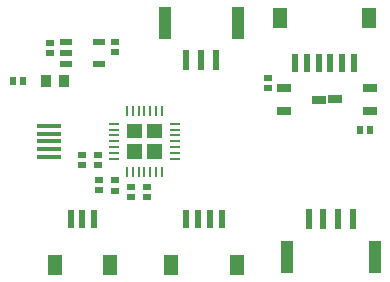
<source format=gtp>
G04*
G04 #@! TF.GenerationSoftware,Altium Limited,Altium Designer,20.1.7 (139)*
G04*
G04 Layer_Color=8421504*
%FSLAX25Y25*%
%MOIN*%
G70*
G04*
G04 #@! TF.SameCoordinates,8D634492-3E34-4B73-8720-EB9472E910E3*
G04*
G04*
G04 #@! TF.FilePolarity,Positive*
G04*
G01*
G75*
%ADD15R,0.04724X0.07087*%
%ADD16R,0.02362X0.06102*%
%ADD17R,0.04528X0.02559*%
%ADD18R,0.02559X0.02362*%
%ADD19R,0.04331X0.02362*%
%ADD20R,0.03661X0.03858*%
%ADD21R,0.02362X0.02559*%
%ADD22R,0.01000X0.03543*%
%ADD23R,0.03543X0.01000*%
%ADD24R,0.03937X0.10630*%
%ADD25R,0.02362X0.06693*%
%ADD26R,0.07874X0.01772*%
G36*
X49016Y-5915D02*
X44085D01*
Y-984D01*
X49016D01*
Y-5915D01*
D02*
G37*
G36*
X55905Y-5916D02*
X50986D01*
Y-984D01*
X55905D01*
Y-5916D01*
D02*
G37*
G36*
X49016Y986D02*
X44085D01*
Y5906D01*
X49016D01*
Y986D01*
D02*
G37*
G36*
X55905Y984D02*
X50985D01*
Y5906D01*
X55905D01*
Y984D01*
D02*
G37*
D15*
X124961Y41210D02*
D03*
X95039D02*
D03*
X20245Y-41110D02*
D03*
X38355D02*
D03*
X80924Y-41088D02*
D03*
X58876D02*
D03*
D16*
X100157Y25954D02*
D03*
X104095D02*
D03*
X108031D02*
D03*
X111969D02*
D03*
X115905D02*
D03*
X119843D02*
D03*
X25363Y-25854D02*
D03*
X29300D02*
D03*
X33237D02*
D03*
X75805Y-25832D02*
D03*
X71868D02*
D03*
X67931D02*
D03*
X63994D02*
D03*
D17*
X108207Y13900D02*
D03*
X96593Y10160D02*
D03*
Y17640D02*
D03*
X113593Y14000D02*
D03*
X125207Y17740D02*
D03*
Y10260D02*
D03*
D18*
X91100Y21073D02*
D03*
Y17727D02*
D03*
X40300Y29754D02*
D03*
Y33100D02*
D03*
X18400Y29527D02*
D03*
Y32873D02*
D03*
X34600Y-7800D02*
D03*
Y-4453D02*
D03*
X29200Y-7800D02*
D03*
Y-4453D02*
D03*
X40100Y-16400D02*
D03*
Y-13054D02*
D03*
X34700Y-16300D02*
D03*
Y-12954D02*
D03*
X50800Y-15327D02*
D03*
Y-18673D02*
D03*
X45400Y-18573D02*
D03*
Y-15227D02*
D03*
D19*
X23788Y33140D02*
D03*
Y29400D02*
D03*
Y25660D02*
D03*
X34812D02*
D03*
Y33140D02*
D03*
D20*
X17069Y20000D02*
D03*
X23132D02*
D03*
D21*
X6127Y20100D02*
D03*
X9473D02*
D03*
X121853Y3900D02*
D03*
X125200D02*
D03*
D22*
X44094Y10197D02*
D03*
X46063D02*
D03*
X48031D02*
D03*
X50000D02*
D03*
X51968D02*
D03*
X53937D02*
D03*
X55905D02*
D03*
Y-10197D02*
D03*
X53937D02*
D03*
X51968D02*
D03*
X50000D02*
D03*
X48031D02*
D03*
X46063D02*
D03*
X44094D02*
D03*
D23*
X60197Y5906D02*
D03*
Y3937D02*
D03*
Y1969D02*
D03*
Y0D02*
D03*
Y-1969D02*
D03*
Y-3937D02*
D03*
Y-5906D02*
D03*
X39803D02*
D03*
Y-3937D02*
D03*
Y-1969D02*
D03*
Y0D02*
D03*
Y1969D02*
D03*
Y3937D02*
D03*
Y5906D02*
D03*
D24*
X56695Y39542D02*
D03*
X81026D02*
D03*
X126765Y-38542D02*
D03*
X97435D02*
D03*
D25*
X63900Y26943D02*
D03*
X73743D02*
D03*
X68821D02*
D03*
X119482Y-25943D02*
D03*
X114561D02*
D03*
X104718D02*
D03*
X109639D02*
D03*
D26*
X18225Y-5077D02*
D03*
Y-2518D02*
D03*
Y41D02*
D03*
Y2600D02*
D03*
Y5159D02*
D03*
M02*

</source>
